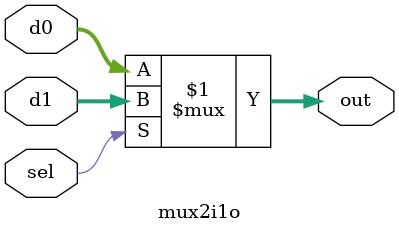
<source format=v>
module mux2i1o #(
    parameter DATA_WIDTH = 32
)(
    input   wire[DATA_WIDTH-1:0]    d0, d1,         //数据输入
    input   wire                    sel,            //选择信号
    output  wire[DATA_WIDTH-1:0]    out             //数据输出
);

assign out = sel ? d1: d0;

endmodule
</source>
